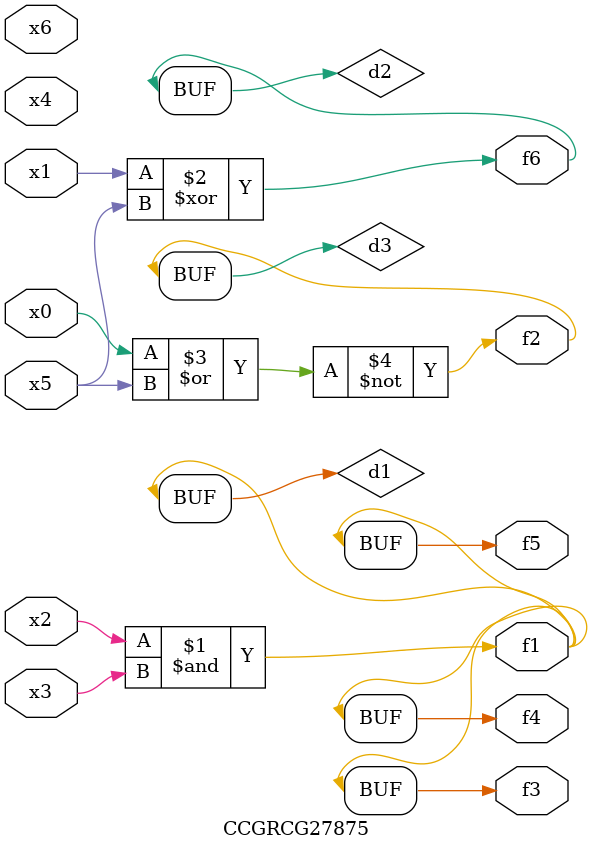
<source format=v>
module CCGRCG27875(
	input x0, x1, x2, x3, x4, x5, x6,
	output f1, f2, f3, f4, f5, f6
);

	wire d1, d2, d3;

	and (d1, x2, x3);
	xor (d2, x1, x5);
	nor (d3, x0, x5);
	assign f1 = d1;
	assign f2 = d3;
	assign f3 = d1;
	assign f4 = d1;
	assign f5 = d1;
	assign f6 = d2;
endmodule

</source>
